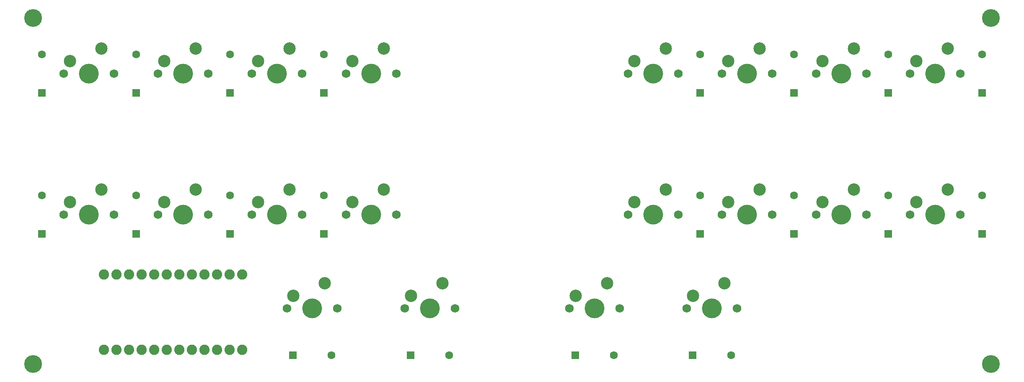
<source format=gbs>
%TF.GenerationSoftware,KiCad,Pcbnew,(6.0.0)*%
%TF.CreationDate,2022-01-10T09:23:07+09:00*%
%TF.ProjectId,orca_pcb,6f726361-5f70-4636-922e-6b696361645f,rev?*%
%TF.SameCoordinates,Original*%
%TF.FileFunction,Soldermask,Bot*%
%TF.FilePolarity,Negative*%
%FSLAX46Y46*%
G04 Gerber Fmt 4.6, Leading zero omitted, Abs format (unit mm)*
G04 Created by KiCad (PCBNEW (6.0.0)) date 2022-01-10 09:23:07*
%MOMM*%
%LPD*%
G01*
G04 APERTURE LIST*
%ADD10C,3.600000*%
%ADD11C,1.750000*%
%ADD12C,4.000000*%
%ADD13C,2.500000*%
%ADD14R,1.600000X1.600000*%
%ADD15C,1.600000*%
%ADD16C,2.082800*%
G04 APERTURE END LIST*
D10*
%TO.C,REF01*%
X197750000Y74250000D03*
%TD*%
%TO.C,REF03*%
X197750000Y4250000D03*
%TD*%
%TO.C,REF02*%
X4250000Y4250000D03*
%TD*%
%TO.C,REF00*%
X4250000Y74250000D03*
%TD*%
D11*
%TO.C,K25*%
X146460000Y15500000D03*
X136300000Y15500000D03*
D12*
X141380000Y15500000D03*
D13*
X143920000Y20580000D03*
X137570000Y18040000D03*
%TD*%
D11*
%TO.C,K24*%
X122710000Y15500000D03*
X112550000Y15500000D03*
D12*
X117630000Y15500000D03*
D13*
X120170000Y20580000D03*
X113820000Y18040000D03*
%TD*%
%TO.C,K23*%
X80570000Y18040000D03*
X86920000Y20580000D03*
D12*
X84380000Y15500000D03*
D11*
X79300000Y15500000D03*
X89460000Y15500000D03*
%TD*%
%TO.C,K22*%
X65710000Y15500000D03*
X55550000Y15500000D03*
D12*
X60630000Y15500000D03*
D13*
X63170000Y20580000D03*
X56820000Y18040000D03*
%TD*%
D11*
%TO.C,K17*%
X191580000Y34500000D03*
X181420000Y34500000D03*
D12*
X186500000Y34500000D03*
D13*
X189040000Y39580000D03*
X182690000Y37040000D03*
%TD*%
D11*
%TO.C,K16*%
X172580000Y34500000D03*
X162420000Y34500000D03*
D12*
X167500000Y34500000D03*
D13*
X170040000Y39580000D03*
X163690000Y37040000D03*
%TD*%
D11*
%TO.C,K15*%
X153580000Y34500000D03*
X143420000Y34500000D03*
D12*
X148500000Y34500000D03*
D13*
X151040000Y39580000D03*
X144690000Y37040000D03*
%TD*%
%TO.C,K14*%
X125690000Y37040000D03*
X132040000Y39580000D03*
D12*
X129500000Y34500000D03*
D11*
X124420000Y34500000D03*
X134580000Y34500000D03*
%TD*%
%TO.C,K13*%
X77580000Y34500000D03*
X67420000Y34500000D03*
D12*
X72500000Y34500000D03*
D13*
X75040000Y39580000D03*
X68690000Y37040000D03*
%TD*%
D11*
%TO.C,K12*%
X58580000Y34500000D03*
X48420000Y34500000D03*
D12*
X53500000Y34500000D03*
D13*
X56040000Y39580000D03*
X49690000Y37040000D03*
%TD*%
%TO.C,K11*%
X30690000Y37040000D03*
X37040000Y39580000D03*
D12*
X34500000Y34500000D03*
D11*
X29420000Y34500000D03*
X39580000Y34500000D03*
%TD*%
%TO.C,K10*%
X20580000Y34500000D03*
X10420000Y34500000D03*
D12*
X15500000Y34500000D03*
D13*
X18040000Y39580000D03*
X11690000Y37040000D03*
%TD*%
D11*
%TO.C,K07*%
X191580000Y63000000D03*
X181420000Y63000000D03*
D12*
X186500000Y63000000D03*
D13*
X189040000Y68080000D03*
X182690000Y65540000D03*
%TD*%
D11*
%TO.C,K06*%
X172580000Y63000000D03*
X162420000Y63000000D03*
D12*
X167500000Y63000000D03*
D13*
X170040000Y68080000D03*
X163690000Y65540000D03*
%TD*%
D11*
%TO.C,K05*%
X153580000Y63000000D03*
X143420000Y63000000D03*
D12*
X148500000Y63000000D03*
D13*
X151040000Y68080000D03*
X144690000Y65540000D03*
%TD*%
D11*
%TO.C,K04*%
X134580000Y63000000D03*
X124420000Y63000000D03*
D12*
X129500000Y63000000D03*
D13*
X132040000Y68080000D03*
X125690000Y65540000D03*
%TD*%
D11*
%TO.C,K03*%
X77580000Y63000000D03*
X67420000Y63000000D03*
D12*
X72500000Y63000000D03*
D13*
X75040000Y68080000D03*
X68690000Y65540000D03*
%TD*%
D11*
%TO.C,K02*%
X58580000Y63000000D03*
X48420000Y63000000D03*
D12*
X53500000Y63000000D03*
D13*
X56040000Y68080000D03*
X49690000Y65540000D03*
%TD*%
D11*
%TO.C,K01*%
X39580000Y63000000D03*
X29420000Y63000000D03*
D12*
X34500000Y63000000D03*
D13*
X37040000Y68080000D03*
X30690000Y65540000D03*
%TD*%
D11*
%TO.C,K00*%
X20580000Y63000000D03*
X10420000Y63000000D03*
D12*
X15500000Y63000000D03*
D13*
X18040000Y68080000D03*
X11690000Y65540000D03*
%TD*%
D14*
%TO.C,D25*%
X137480000Y6000000D03*
D15*
X145280000Y6000000D03*
%TD*%
D14*
%TO.C,D24*%
X113730000Y6000000D03*
D15*
X121530000Y6000000D03*
%TD*%
D14*
%TO.C,D23*%
X80480000Y6000000D03*
D15*
X88280000Y6000000D03*
%TD*%
D14*
%TO.C,D22*%
X56730000Y6000000D03*
D15*
X64530000Y6000000D03*
%TD*%
D14*
%TO.C,D17*%
X196000000Y30600000D03*
D15*
X196000000Y38400000D03*
%TD*%
%TO.C,D16*%
X177000000Y38400000D03*
D14*
X177000000Y30600000D03*
%TD*%
%TO.C,D15*%
X158000000Y30600000D03*
D15*
X158000000Y38400000D03*
%TD*%
D14*
%TO.C,D14*%
X139000000Y30600000D03*
D15*
X139000000Y38400000D03*
%TD*%
D14*
%TO.C,D13*%
X63000000Y30600000D03*
D15*
X63000000Y38400000D03*
%TD*%
D14*
%TO.C,D12*%
X44000000Y30600000D03*
D15*
X44000000Y38400000D03*
%TD*%
D14*
%TO.C,D11*%
X25000000Y30600000D03*
D15*
X25000000Y38400000D03*
%TD*%
D14*
%TO.C,D10*%
X6000000Y30600000D03*
D15*
X6000000Y38400000D03*
%TD*%
D14*
%TO.C,D07*%
X196000000Y59100000D03*
D15*
X196000000Y66900000D03*
%TD*%
D14*
%TO.C,D06*%
X177000000Y59100000D03*
D15*
X177000000Y66900000D03*
%TD*%
D14*
%TO.C,D05*%
X158000000Y59100000D03*
D15*
X158000000Y66900000D03*
%TD*%
D14*
%TO.C,D04*%
X139000000Y59100000D03*
D15*
X139000000Y66900000D03*
%TD*%
D14*
%TO.C,D03*%
X63000000Y59100000D03*
D15*
X63000000Y66900000D03*
%TD*%
%TO.C,D02*%
X44000000Y66900000D03*
D14*
X44000000Y59100000D03*
%TD*%
%TO.C,D01*%
X25000000Y59100000D03*
D15*
X25000000Y66900000D03*
%TD*%
D14*
%TO.C,D00*%
X6000000Y59100000D03*
D15*
X6000000Y66900000D03*
%TD*%
D16*
%TO.C,B0*%
X18550000Y22370000D03*
X21090000Y22370000D03*
X23630000Y22370000D03*
X26170000Y22370000D03*
X28710000Y22370000D03*
X31250000Y22370000D03*
X33790000Y22370000D03*
X36330000Y22370000D03*
X38870000Y22370000D03*
X41410000Y22370000D03*
X43950000Y22370000D03*
X46490000Y22370000D03*
X46490000Y7130000D03*
X43950000Y7130000D03*
X41410000Y7130000D03*
X38870000Y7130000D03*
X36330000Y7130000D03*
X33790000Y7130000D03*
X31250000Y7130000D03*
X28710000Y7130000D03*
X26170000Y7130000D03*
X23630000Y7130000D03*
X21090000Y7130000D03*
X18550000Y7130000D03*
%TD*%
M02*

</source>
